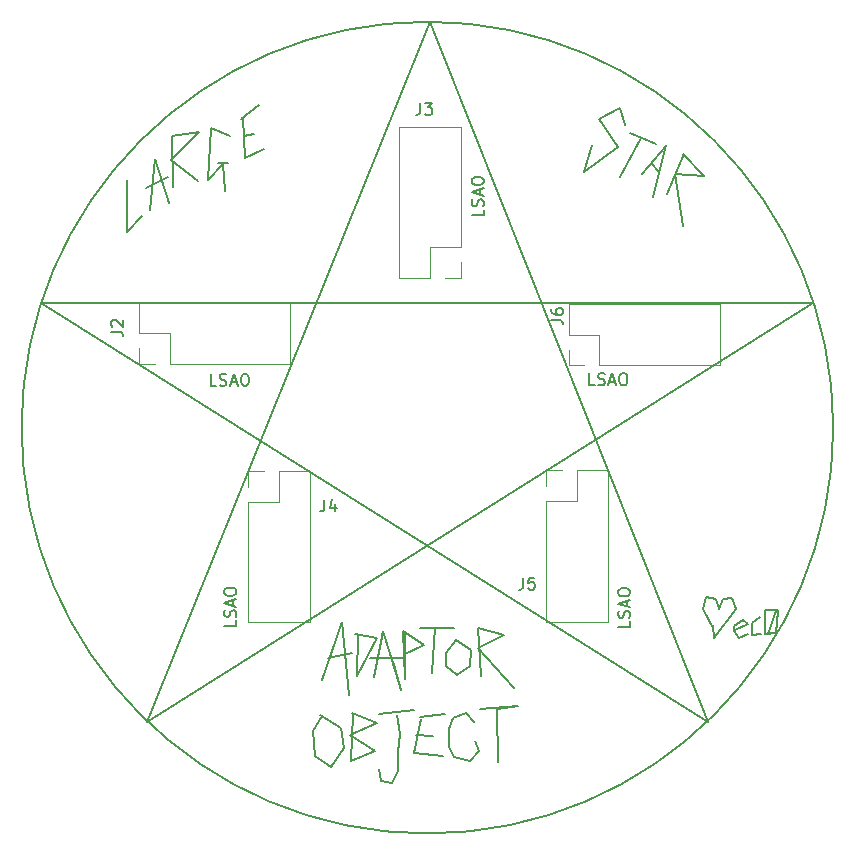
<source format=gbr>
G04 #@! TF.GenerationSoftware,KiCad,Pcbnew,5.0.2-bee76a0~70~ubuntu18.10.1*
G04 #@! TF.CreationDate,2019-05-27T17:13:18+10:00*
G04 #@! TF.ProjectId,mult,6d756c74-2e6b-4696-9361-645f70636258,rev?*
G04 #@! TF.SameCoordinates,Original*
G04 #@! TF.FileFunction,Legend,Top*
G04 #@! TF.FilePolarity,Positive*
%FSLAX46Y46*%
G04 Gerber Fmt 4.6, Leading zero omitted, Abs format (unit mm)*
G04 Created by KiCad (PCBNEW 5.0.2-bee76a0~70~ubuntu18.10.1) date Mon 27 May 2019 17:13:18 AEST*
%MOMM*%
%LPD*%
G01*
G04 APERTURE LIST*
%ADD10C,0.200000*%
%ADD11C,0.150000*%
%ADD12C,0.120000*%
G04 APERTURE END LIST*
D10*
X92350000Y-78650000D02*
X91600000Y-80550000D01*
X92350000Y-80450000D02*
X92450000Y-78650000D01*
X91350000Y-80550000D02*
X92350000Y-80450000D01*
X91400000Y-78550000D02*
X91350000Y-80550000D01*
X92450000Y-78550000D02*
X91400000Y-78550000D01*
X90300000Y-80650000D02*
X91050000Y-80550000D01*
X90250000Y-80200000D02*
X90300000Y-80650000D01*
X90250000Y-79650000D02*
X90250000Y-80200000D01*
X90950000Y-79100000D02*
X90250000Y-79650000D01*
X89200000Y-80900000D02*
X89950000Y-80550000D01*
X88750000Y-80350000D02*
X89200000Y-80900000D01*
X88750000Y-79900000D02*
X88750000Y-80350000D01*
X89500000Y-79350000D02*
X88750000Y-79900000D01*
X89950000Y-79750000D02*
X89500000Y-79350000D01*
X88850000Y-80200000D02*
X89950000Y-79750000D01*
X87100000Y-80900000D02*
X86950000Y-79800000D01*
X88950000Y-78450000D02*
X87100000Y-80900000D01*
X88600000Y-77550000D02*
X88950000Y-78450000D01*
X87850000Y-77600000D02*
X88600000Y-77550000D01*
X87500000Y-78450000D02*
X87850000Y-77600000D01*
X87200000Y-77600000D02*
X87500000Y-78450000D01*
X86400000Y-77450000D02*
X87200000Y-77600000D01*
X86100000Y-78450000D02*
X86400000Y-77450000D01*
X87000000Y-80100000D02*
X86100000Y-78450000D01*
X68700000Y-86900000D02*
X68800000Y-91450000D01*
X70450000Y-86700000D02*
X68700000Y-86900000D01*
X67250000Y-86900000D02*
X70450000Y-86700000D01*
X67150000Y-90450000D02*
X66850000Y-89650000D01*
X66400000Y-91300000D02*
X67150000Y-90450000D01*
X65050000Y-91000000D02*
X66400000Y-91300000D01*
X64650000Y-90100000D02*
X65050000Y-91000000D01*
X64650000Y-88600000D02*
X64650000Y-90100000D01*
X64950000Y-87700000D02*
X64650000Y-88600000D01*
X66050000Y-87250000D02*
X64950000Y-87700000D01*
X66750000Y-88000000D02*
X66050000Y-87250000D01*
X62200000Y-87600000D02*
X64300000Y-87350000D01*
X61800000Y-89150000D02*
X63300000Y-89250000D01*
X61650000Y-90650000D02*
X64100000Y-90900000D01*
X62300000Y-87800000D02*
X61650000Y-90650000D01*
X58900000Y-93000000D02*
X58700000Y-92000000D01*
X59800000Y-93200000D02*
X58900000Y-93000000D01*
X60350000Y-92200000D02*
X59800000Y-93200000D01*
X60350000Y-90550000D02*
X60350000Y-92200000D01*
X60450000Y-89000000D02*
X60350000Y-90550000D01*
X60250000Y-87450000D02*
X60450000Y-89000000D01*
X58700000Y-87350000D02*
X61650000Y-87050000D01*
X58500000Y-88150000D02*
X56400000Y-87250000D01*
X56250000Y-89100000D02*
X58500000Y-88150000D01*
X58350000Y-90450000D02*
X56250000Y-89100000D01*
X56300000Y-91300000D02*
X58350000Y-90450000D01*
X56500000Y-87350000D02*
X56300000Y-91300000D01*
X55500000Y-88550000D02*
X53750000Y-87450000D01*
X55700000Y-90250000D02*
X55500000Y-88550000D01*
X54600000Y-91850000D02*
X55700000Y-90250000D01*
X53300000Y-90900000D02*
X54600000Y-91850000D01*
X53100000Y-88800000D02*
X53300000Y-90900000D01*
X53850000Y-87550000D02*
X53100000Y-88800000D01*
X67050000Y-81750000D02*
X70150000Y-85150000D01*
X69250000Y-80650000D02*
X67050000Y-81750000D01*
X67050000Y-80100000D02*
X69250000Y-80650000D01*
X67050000Y-80100000D02*
X67300000Y-84150000D01*
X66500000Y-81950000D02*
X65200000Y-81050000D01*
X66400000Y-83300000D02*
X66500000Y-81950000D01*
X65300000Y-84050000D02*
X66400000Y-83300000D01*
X64400000Y-83250000D02*
X65300000Y-84050000D01*
X64400000Y-82150000D02*
X64400000Y-83250000D01*
X65200000Y-81100000D02*
X64400000Y-82150000D01*
X63450000Y-80100000D02*
X63200000Y-83850000D01*
X65050000Y-80100000D02*
X63450000Y-80100000D01*
X62200000Y-80100000D02*
X65050000Y-80100000D01*
X62550000Y-81500000D02*
X60900000Y-82300000D01*
X60700000Y-80300000D02*
X62550000Y-81500000D01*
X60900000Y-84350000D02*
X60700000Y-80300000D01*
X60900000Y-80300000D02*
X60900000Y-84350000D01*
X57950000Y-82600000D02*
X60700000Y-82600000D01*
X60550000Y-85350000D02*
X59900000Y-82850000D01*
X59000000Y-80300000D02*
X60550000Y-85350000D01*
X58250000Y-84250000D02*
X59000000Y-80300000D01*
X59050000Y-80400000D02*
X58250000Y-84250000D01*
X58500000Y-80950000D02*
X56700000Y-80550000D01*
X56850000Y-84150000D02*
X58500000Y-80950000D01*
X56950000Y-80650000D02*
X56850000Y-84150000D01*
X54400000Y-82600000D02*
X56400000Y-82150000D01*
X55600000Y-79550000D02*
X56150000Y-85700000D01*
X53850000Y-84500000D02*
X55600000Y-79550000D01*
X83800000Y-41600000D02*
X84450000Y-46000000D01*
X86200000Y-41800000D02*
X83800000Y-41600000D01*
X84450000Y-39950000D02*
X86200000Y-41800000D01*
X84550000Y-39950000D02*
X83100000Y-43350000D01*
X81700000Y-40700000D02*
X82450000Y-41450000D01*
X83000000Y-39150000D02*
X81900000Y-43550000D01*
X83000000Y-39250000D02*
X80950000Y-41600000D01*
X80900000Y-38600000D02*
X79150000Y-41900000D01*
X79950000Y-38150000D02*
X82150000Y-39050000D01*
X76100000Y-41450000D02*
X76750000Y-39150000D01*
X78950000Y-39350000D02*
X76100000Y-41450000D01*
X77300000Y-36950000D02*
X78950000Y-39350000D01*
X79150000Y-36050000D02*
X77300000Y-36950000D01*
X79500000Y-37500000D02*
X79150000Y-36050000D01*
X47250000Y-38400000D02*
X48150000Y-38250000D01*
X47050000Y-36950000D02*
X48550000Y-35750000D01*
X47350000Y-40250000D02*
X49000000Y-39500000D01*
X47150000Y-36850000D02*
X47350000Y-40250000D01*
X45050000Y-40700000D02*
X45950000Y-40700000D01*
X45500000Y-40800000D02*
X45700000Y-43100000D01*
X44200000Y-42100000D02*
X45500000Y-40800000D01*
X44500000Y-37750000D02*
X44200000Y-42100000D01*
X46050000Y-38400000D02*
X44500000Y-37750000D01*
X41100000Y-40450000D02*
X43400000Y-42250000D01*
X43500000Y-38050000D02*
X41100000Y-40450000D01*
X41200000Y-38400000D02*
X43500000Y-38050000D01*
X41300000Y-42700000D02*
X41200000Y-38400000D01*
X41200000Y-38400000D02*
X41300000Y-42700000D01*
X39000000Y-42800000D02*
X40850000Y-41900000D01*
X39750000Y-40350000D02*
X40900000Y-44100000D01*
X39350000Y-44650000D02*
X39750000Y-40350000D01*
X38650000Y-45200000D02*
X38550000Y-45300000D01*
X37350000Y-46550000D02*
X38650000Y-45200000D01*
X37350000Y-42150000D02*
X37350000Y-46550000D01*
D11*
X86550000Y-88000000D02*
X63050000Y-28750000D01*
X30050000Y-52550000D02*
X86550000Y-88000000D01*
X95450000Y-52550000D02*
X30050000Y-52550000D01*
X39100000Y-88000000D02*
X95450000Y-52550000D01*
X63000000Y-28800000D02*
X39100000Y-88000000D01*
D10*
X97161788Y-63100000D02*
G75*
G03X97161788Y-63100000I-34361788J0D01*
G01*
D12*
G04 #@! TO.C,J2*
X51190000Y-57730000D02*
X51190000Y-52530000D01*
X40970000Y-57730000D02*
X51190000Y-57730000D01*
X38370000Y-52530000D02*
X51190000Y-52530000D01*
X40970000Y-57730000D02*
X40970000Y-55130000D01*
X40970000Y-55130000D02*
X38370000Y-55130000D01*
X38370000Y-55130000D02*
X38370000Y-52530000D01*
X39700000Y-57730000D02*
X38370000Y-57730000D01*
X38370000Y-57730000D02*
X38370000Y-56400000D01*
G04 #@! TO.C,J3*
X65630000Y-37630000D02*
X60430000Y-37630000D01*
X65630000Y-47850000D02*
X65630000Y-37630000D01*
X60430000Y-50450000D02*
X60430000Y-37630000D01*
X65630000Y-47850000D02*
X63030000Y-47850000D01*
X63030000Y-47850000D02*
X63030000Y-50450000D01*
X63030000Y-50450000D02*
X60430000Y-50450000D01*
X65630000Y-49120000D02*
X65630000Y-50450000D01*
X65630000Y-50450000D02*
X64300000Y-50450000D01*
G04 #@! TO.C,J4*
X47620000Y-66770000D02*
X48950000Y-66770000D01*
X47620000Y-68100000D02*
X47620000Y-66770000D01*
X50220000Y-66770000D02*
X52820000Y-66770000D01*
X50220000Y-69370000D02*
X50220000Y-66770000D01*
X47620000Y-69370000D02*
X50220000Y-69370000D01*
X52820000Y-66770000D02*
X52820000Y-79590000D01*
X47620000Y-69370000D02*
X47620000Y-79590000D01*
X47620000Y-79590000D02*
X52820000Y-79590000D01*
G04 #@! TO.C,J5*
X72870000Y-66720000D02*
X74200000Y-66720000D01*
X72870000Y-68050000D02*
X72870000Y-66720000D01*
X75470000Y-66720000D02*
X78070000Y-66720000D01*
X75470000Y-69320000D02*
X75470000Y-66720000D01*
X72870000Y-69320000D02*
X75470000Y-69320000D01*
X78070000Y-66720000D02*
X78070000Y-79540000D01*
X72870000Y-69320000D02*
X72870000Y-79540000D01*
X72870000Y-79540000D02*
X78070000Y-79540000D01*
G04 #@! TO.C,J6*
X87580000Y-57830000D02*
X87580000Y-52630000D01*
X77360000Y-57830000D02*
X87580000Y-57830000D01*
X74760000Y-52630000D02*
X87580000Y-52630000D01*
X77360000Y-57830000D02*
X77360000Y-55230000D01*
X77360000Y-55230000D02*
X74760000Y-55230000D01*
X74760000Y-55230000D02*
X74760000Y-52630000D01*
X76090000Y-57830000D02*
X74760000Y-57830000D01*
X74760000Y-57830000D02*
X74760000Y-56500000D01*
G04 #@! TO.C,J2*
D11*
X36022380Y-54983333D02*
X36736666Y-54983333D01*
X36879523Y-55030952D01*
X36974761Y-55126190D01*
X37022380Y-55269047D01*
X37022380Y-55364285D01*
X36117619Y-54554761D02*
X36070000Y-54507142D01*
X36022380Y-54411904D01*
X36022380Y-54173809D01*
X36070000Y-54078571D01*
X36117619Y-54030952D01*
X36212857Y-53983333D01*
X36308095Y-53983333D01*
X36450952Y-54030952D01*
X37022380Y-54602380D01*
X37022380Y-53983333D01*
X44930952Y-59552380D02*
X44454761Y-59552380D01*
X44454761Y-58552380D01*
X45216666Y-59504761D02*
X45359523Y-59552380D01*
X45597619Y-59552380D01*
X45692857Y-59504761D01*
X45740476Y-59457142D01*
X45788095Y-59361904D01*
X45788095Y-59266666D01*
X45740476Y-59171428D01*
X45692857Y-59123809D01*
X45597619Y-59076190D01*
X45407142Y-59028571D01*
X45311904Y-58980952D01*
X45264285Y-58933333D01*
X45216666Y-58838095D01*
X45216666Y-58742857D01*
X45264285Y-58647619D01*
X45311904Y-58600000D01*
X45407142Y-58552380D01*
X45645238Y-58552380D01*
X45788095Y-58600000D01*
X46169047Y-59266666D02*
X46645238Y-59266666D01*
X46073809Y-59552380D02*
X46407142Y-58552380D01*
X46740476Y-59552380D01*
X47264285Y-58552380D02*
X47454761Y-58552380D01*
X47550000Y-58600000D01*
X47645238Y-58695238D01*
X47692857Y-58885714D01*
X47692857Y-59219047D01*
X47645238Y-59409523D01*
X47550000Y-59504761D01*
X47454761Y-59552380D01*
X47264285Y-59552380D01*
X47169047Y-59504761D01*
X47073809Y-59409523D01*
X47026190Y-59219047D01*
X47026190Y-58885714D01*
X47073809Y-58695238D01*
X47169047Y-58600000D01*
X47264285Y-58552380D01*
G04 #@! TO.C,J3*
X62196666Y-35602380D02*
X62196666Y-36316666D01*
X62149047Y-36459523D01*
X62053809Y-36554761D01*
X61910952Y-36602380D01*
X61815714Y-36602380D01*
X62577619Y-35602380D02*
X63196666Y-35602380D01*
X62863333Y-35983333D01*
X63006190Y-35983333D01*
X63101428Y-36030952D01*
X63149047Y-36078571D01*
X63196666Y-36173809D01*
X63196666Y-36411904D01*
X63149047Y-36507142D01*
X63101428Y-36554761D01*
X63006190Y-36602380D01*
X62720476Y-36602380D01*
X62625238Y-36554761D01*
X62577619Y-36507142D01*
X67552380Y-44639047D02*
X67552380Y-45115238D01*
X66552380Y-45115238D01*
X67504761Y-44353333D02*
X67552380Y-44210476D01*
X67552380Y-43972380D01*
X67504761Y-43877142D01*
X67457142Y-43829523D01*
X67361904Y-43781904D01*
X67266666Y-43781904D01*
X67171428Y-43829523D01*
X67123809Y-43877142D01*
X67076190Y-43972380D01*
X67028571Y-44162857D01*
X66980952Y-44258095D01*
X66933333Y-44305714D01*
X66838095Y-44353333D01*
X66742857Y-44353333D01*
X66647619Y-44305714D01*
X66600000Y-44258095D01*
X66552380Y-44162857D01*
X66552380Y-43924761D01*
X66600000Y-43781904D01*
X67266666Y-43400952D02*
X67266666Y-42924761D01*
X67552380Y-43496190D02*
X66552380Y-43162857D01*
X67552380Y-42829523D01*
X66552380Y-42305714D02*
X66552380Y-42115238D01*
X66600000Y-42020000D01*
X66695238Y-41924761D01*
X66885714Y-41877142D01*
X67219047Y-41877142D01*
X67409523Y-41924761D01*
X67504761Y-42020000D01*
X67552380Y-42115238D01*
X67552380Y-42305714D01*
X67504761Y-42400952D01*
X67409523Y-42496190D01*
X67219047Y-42543809D01*
X66885714Y-42543809D01*
X66695238Y-42496190D01*
X66600000Y-42400952D01*
X66552380Y-42305714D01*
G04 #@! TO.C,J4*
X54086666Y-69202380D02*
X54086666Y-69916666D01*
X54039047Y-70059523D01*
X53943809Y-70154761D01*
X53800952Y-70202380D01*
X53705714Y-70202380D01*
X54991428Y-69535714D02*
X54991428Y-70202380D01*
X54753333Y-69154761D02*
X54515238Y-69869047D01*
X55134285Y-69869047D01*
X46602380Y-79419047D02*
X46602380Y-79895238D01*
X45602380Y-79895238D01*
X46554761Y-79133333D02*
X46602380Y-78990476D01*
X46602380Y-78752380D01*
X46554761Y-78657142D01*
X46507142Y-78609523D01*
X46411904Y-78561904D01*
X46316666Y-78561904D01*
X46221428Y-78609523D01*
X46173809Y-78657142D01*
X46126190Y-78752380D01*
X46078571Y-78942857D01*
X46030952Y-79038095D01*
X45983333Y-79085714D01*
X45888095Y-79133333D01*
X45792857Y-79133333D01*
X45697619Y-79085714D01*
X45650000Y-79038095D01*
X45602380Y-78942857D01*
X45602380Y-78704761D01*
X45650000Y-78561904D01*
X46316666Y-78180952D02*
X46316666Y-77704761D01*
X46602380Y-78276190D02*
X45602380Y-77942857D01*
X46602380Y-77609523D01*
X45602380Y-77085714D02*
X45602380Y-76895238D01*
X45650000Y-76800000D01*
X45745238Y-76704761D01*
X45935714Y-76657142D01*
X46269047Y-76657142D01*
X46459523Y-76704761D01*
X46554761Y-76800000D01*
X46602380Y-76895238D01*
X46602380Y-77085714D01*
X46554761Y-77180952D01*
X46459523Y-77276190D01*
X46269047Y-77323809D01*
X45935714Y-77323809D01*
X45745238Y-77276190D01*
X45650000Y-77180952D01*
X45602380Y-77085714D01*
G04 #@! TO.C,J5*
X70906666Y-75812380D02*
X70906666Y-76526666D01*
X70859047Y-76669523D01*
X70763809Y-76764761D01*
X70620952Y-76812380D01*
X70525714Y-76812380D01*
X71859047Y-75812380D02*
X71382857Y-75812380D01*
X71335238Y-76288571D01*
X71382857Y-76240952D01*
X71478095Y-76193333D01*
X71716190Y-76193333D01*
X71811428Y-76240952D01*
X71859047Y-76288571D01*
X71906666Y-76383809D01*
X71906666Y-76621904D01*
X71859047Y-76717142D01*
X71811428Y-76764761D01*
X71716190Y-76812380D01*
X71478095Y-76812380D01*
X71382857Y-76764761D01*
X71335238Y-76717142D01*
X79952380Y-79469047D02*
X79952380Y-79945238D01*
X78952380Y-79945238D01*
X79904761Y-79183333D02*
X79952380Y-79040476D01*
X79952380Y-78802380D01*
X79904761Y-78707142D01*
X79857142Y-78659523D01*
X79761904Y-78611904D01*
X79666666Y-78611904D01*
X79571428Y-78659523D01*
X79523809Y-78707142D01*
X79476190Y-78802380D01*
X79428571Y-78992857D01*
X79380952Y-79088095D01*
X79333333Y-79135714D01*
X79238095Y-79183333D01*
X79142857Y-79183333D01*
X79047619Y-79135714D01*
X79000000Y-79088095D01*
X78952380Y-78992857D01*
X78952380Y-78754761D01*
X79000000Y-78611904D01*
X79666666Y-78230952D02*
X79666666Y-77754761D01*
X79952380Y-78326190D02*
X78952380Y-77992857D01*
X79952380Y-77659523D01*
X78952380Y-77135714D02*
X78952380Y-76945238D01*
X79000000Y-76850000D01*
X79095238Y-76754761D01*
X79285714Y-76707142D01*
X79619047Y-76707142D01*
X79809523Y-76754761D01*
X79904761Y-76850000D01*
X79952380Y-76945238D01*
X79952380Y-77135714D01*
X79904761Y-77230952D01*
X79809523Y-77326190D01*
X79619047Y-77373809D01*
X79285714Y-77373809D01*
X79095238Y-77326190D01*
X79000000Y-77230952D01*
X78952380Y-77135714D01*
G04 #@! TO.C,J6*
X73272380Y-53973333D02*
X73986666Y-53973333D01*
X74129523Y-54020952D01*
X74224761Y-54116190D01*
X74272380Y-54259047D01*
X74272380Y-54354285D01*
X73272380Y-53068571D02*
X73272380Y-53259047D01*
X73320000Y-53354285D01*
X73367619Y-53401904D01*
X73510476Y-53497142D01*
X73700952Y-53544761D01*
X74081904Y-53544761D01*
X74177142Y-53497142D01*
X74224761Y-53449523D01*
X74272380Y-53354285D01*
X74272380Y-53163809D01*
X74224761Y-53068571D01*
X74177142Y-53020952D01*
X74081904Y-52973333D01*
X73843809Y-52973333D01*
X73748571Y-53020952D01*
X73700952Y-53068571D01*
X73653333Y-53163809D01*
X73653333Y-53354285D01*
X73700952Y-53449523D01*
X73748571Y-53497142D01*
X73843809Y-53544761D01*
X76960952Y-59502380D02*
X76484761Y-59502380D01*
X76484761Y-58502380D01*
X77246666Y-59454761D02*
X77389523Y-59502380D01*
X77627619Y-59502380D01*
X77722857Y-59454761D01*
X77770476Y-59407142D01*
X77818095Y-59311904D01*
X77818095Y-59216666D01*
X77770476Y-59121428D01*
X77722857Y-59073809D01*
X77627619Y-59026190D01*
X77437142Y-58978571D01*
X77341904Y-58930952D01*
X77294285Y-58883333D01*
X77246666Y-58788095D01*
X77246666Y-58692857D01*
X77294285Y-58597619D01*
X77341904Y-58550000D01*
X77437142Y-58502380D01*
X77675238Y-58502380D01*
X77818095Y-58550000D01*
X78199047Y-59216666D02*
X78675238Y-59216666D01*
X78103809Y-59502380D02*
X78437142Y-58502380D01*
X78770476Y-59502380D01*
X79294285Y-58502380D02*
X79484761Y-58502380D01*
X79580000Y-58550000D01*
X79675238Y-58645238D01*
X79722857Y-58835714D01*
X79722857Y-59169047D01*
X79675238Y-59359523D01*
X79580000Y-59454761D01*
X79484761Y-59502380D01*
X79294285Y-59502380D01*
X79199047Y-59454761D01*
X79103809Y-59359523D01*
X79056190Y-59169047D01*
X79056190Y-58835714D01*
X79103809Y-58645238D01*
X79199047Y-58550000D01*
X79294285Y-58502380D01*
G04 #@! TD*
M02*

</source>
